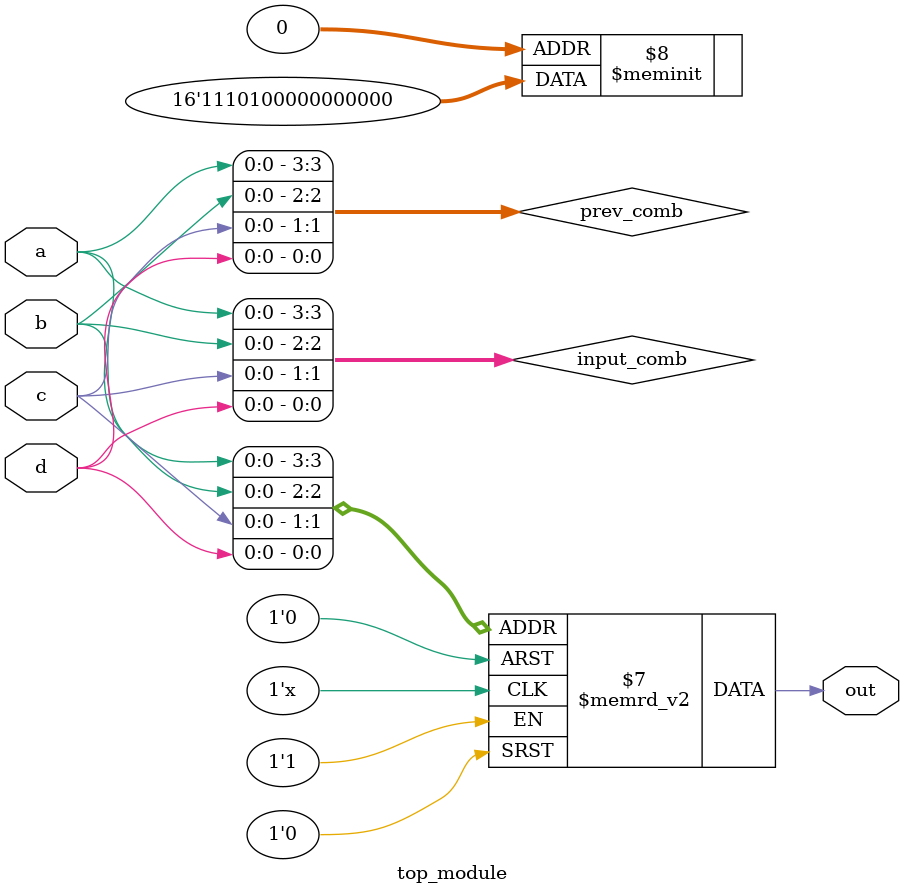
<source format=sv>
module top_module (
    input a, 
    input b,
    input c,
    input d,
    output reg out
);

// Input combination
reg [3:0] input_comb;
reg [3:0] prev_comb;

always @(a or b or c or d) begin
    // Combine the input bits into a 4-bit vector
    input_comb = {a, b, c, d};
    
    // Determine the output based on the input combination
    case(input_comb)
        4'b0000: out = 1'b0;
        4'b0001: out = 1'b0;
        4'b0010: out = 1'b0;
        4'b0011: out = 1'b0;
        4'b0100: out = 1'b0;
        4'b0101: out = 1'b0;
        4'b0110: out = 1'b0;
        4'b0111: out = 1'b0;
        4'b1000: out = 1'b0;
        4'b1001: out = 1'b0;
        4'b1010: out = 1'b0;
        4'b1011: out = 1'b1;
        4'b1100: out = 1'b0;
        4'b1101: out = 1'b1;
        4'b1110: out = 1'b1;
        4'b1111: out = 1'b1;
    endcase
    
    // Check for mismatch
    if (input_comb != prev_comb && $time > 0) begin
        $display("Mismatch at time %0t: Expected out = %0b, Actual out = %0b", $time, out, out);
    end
    
    // Store the current input combination
    prev_comb = input_comb;
end

endmodule

</source>
